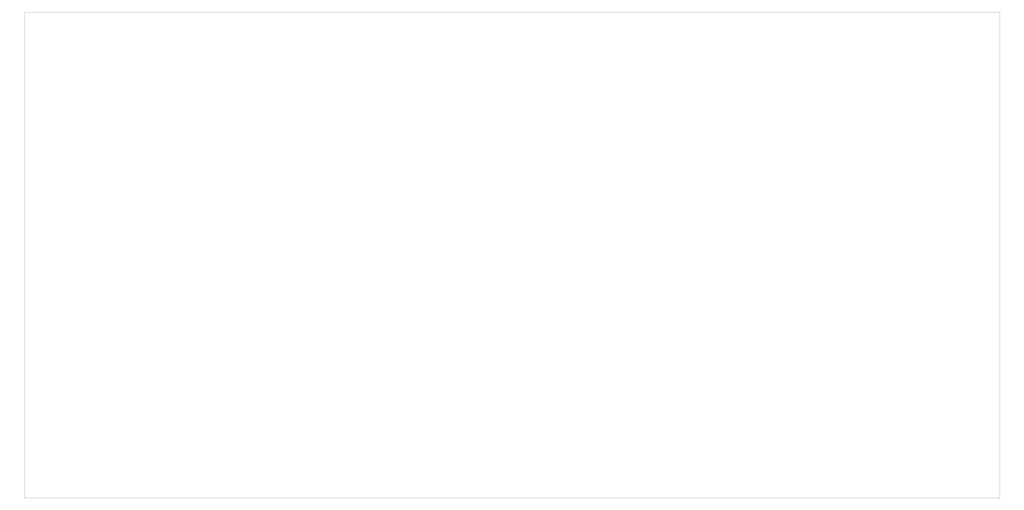
<source format=gbr>
%TF.GenerationSoftware,KiCad,Pcbnew,5.1.8-db9833491~88~ubuntu20.04.1*%
%TF.CreationDate,2021-01-02T16:42:33-05:00*%
%TF.ProjectId,amp,616d702e-6b69-4636-9164-5f7063625858,rev?*%
%TF.SameCoordinates,Original*%
%TF.FileFunction,Profile,NP*%
%FSLAX46Y46*%
G04 Gerber Fmt 4.6, Leading zero omitted, Abs format (unit mm)*
G04 Created by KiCad (PCBNEW 5.1.8-db9833491~88~ubuntu20.04.1) date 2021-01-02 16:42:33*
%MOMM*%
%LPD*%
G01*
G04 APERTURE LIST*
%TA.AperFunction,Profile*%
%ADD10C,0.050000*%
%TD*%
G04 APERTURE END LIST*
D10*
X27940000Y-27940000D02*
X27940000Y-220980000D01*
X415290000Y-27940000D02*
X27940000Y-27940000D01*
X415290000Y-220980000D02*
X415290000Y-27940000D01*
X27940000Y-220980000D02*
X415290000Y-220980000D01*
M02*

</source>
